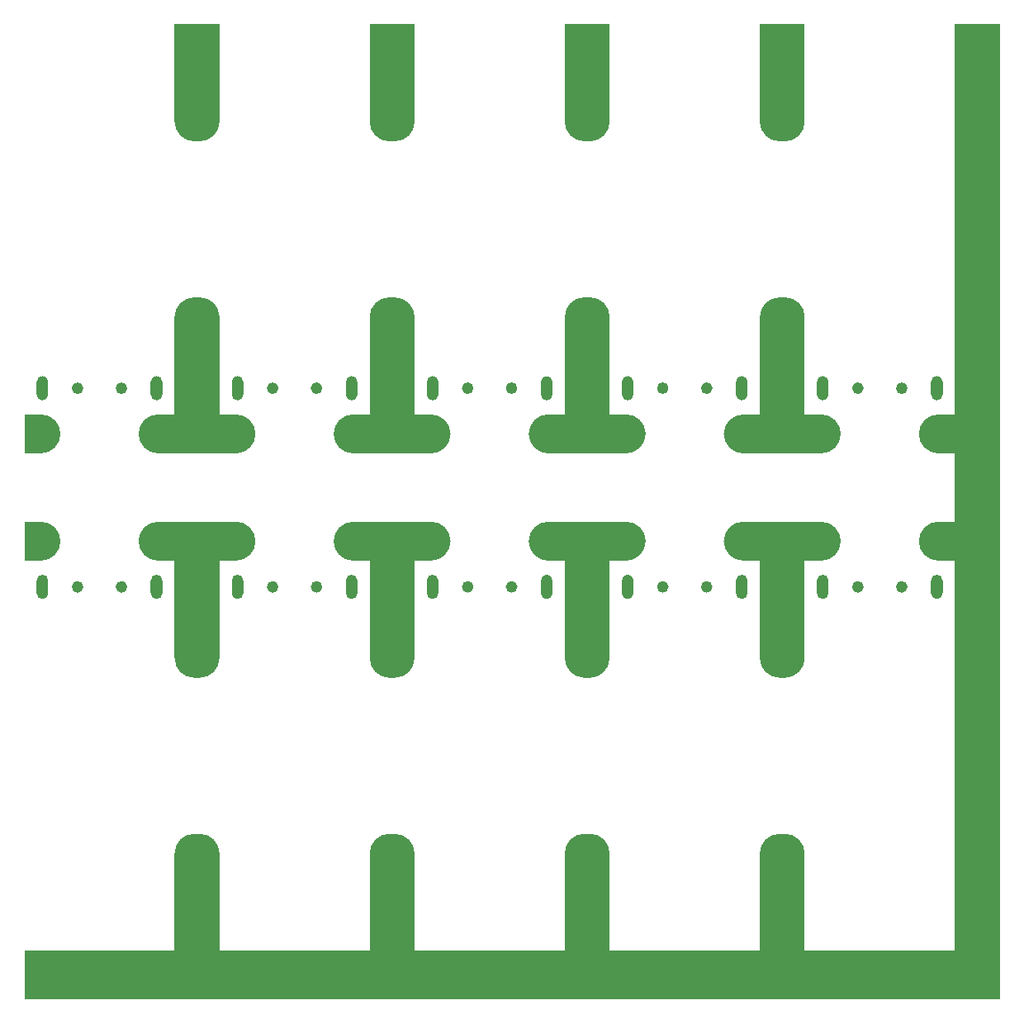
<source format=gtl>
From d0f836ecfadacbaea20fc6a3ceebd455e96e1307 Mon Sep 17 00:00:00 2001
From: jaseg <git@jaseg.de>
Date: Sun, 13 Jun 2021 20:33:19 +0200
Subject: Port old pcb-tools-extension unit tests to pytest

---
 .../panelize/expects/dxf_complex_fill_flip.gtl     | 746 +++++++++++++++++++++
 1 file changed, 746 insertions(+)
 create mode 100644 gerbonara/gerber/tests/panelize/expects/dxf_complex_fill_flip.gtl

(limited to 'gerbonara/gerber/tests/panelize/expects/dxf_complex_fill_flip.gtl')

diff --git a/gerbonara/gerber/tests/panelize/expects/dxf_complex_fill_flip.gtl b/gerbonara/gerber/tests/panelize/expects/dxf_complex_fill_flip.gtl
new file mode 100644
index 0000000..1f91be3
--- /dev/null
+++ b/gerbonara/gerber/tests/panelize/expects/dxf_complex_fill_flip.gtl
@@ -0,0 +1,746 @@
+%MOMM*%
+%FSLAX34Y34*%
+%IPPOS*%
+%ADD10C,0*%
+%ADD11C,0*%
+G75*
+%LPD*%
+D10*
+G36*
+G01*
+X0Y1000000D02*
+G75*
+G01*
+X0Y0D01*
+G01*
+X1000000Y0D01*
+G01*
+X1000000Y1000000D01*
+G01*
+X0Y1000000D01*
+G37*
+G75*
+%LPC*%
+D11*
+G36*
+G01*
+X800000Y150000D02*
+G75*
+G03*
+X780000Y170000I-20000J0D01*
+G01*
+X774000Y170000D01*
+G03*
+X754000Y150000I0J-20000D01*
+G01*
+X754000Y50000D01*
+G01*
+X600000Y50000D01*
+G01*
+X600000Y150000D01*
+G03*
+X580000Y170000I-20000J0D01*
+G01*
+X574000Y170000D01*
+G03*
+X554000Y150000I0J-20000D01*
+G01*
+X554000Y50000D01*
+G01*
+X400000Y50000D01*
+G01*
+X400000Y150000D01*
+G03*
+X380000Y170000I-20000J0D01*
+G01*
+X374000Y170000D01*
+G03*
+X354000Y150000I0J-20000D01*
+G01*
+X354000Y50000D01*
+G01*
+X200000Y50000D01*
+G01*
+X200000Y150000D01*
+G03*
+X180000Y170000I-20000J0D01*
+G01*
+X174000Y170000D01*
+G03*
+X154000Y150000I0J-20000D01*
+G01*
+X154000Y50000D01*
+G01*
+X0Y50000D01*
+G01*
+X0Y450000D01*
+G01*
+X17000Y450000D01*
+G03*
+X37000Y470000I0J20000D01*
+G03*
+X17000Y490000I-20000J0D01*
+G01*
+X0Y490000D01*
+G01*
+X0Y560000D01*
+G01*
+X17000Y560000D01*
+G03*
+X37000Y580000I0J20000D01*
+G03*
+X17000Y600000I-20000J0D01*
+G01*
+X0Y600000D01*
+G01*
+X0Y1000000D01*
+G01*
+X154000Y1000000D01*
+G01*
+X154000Y900000D01*
+G03*
+X174000Y880000I20000J0D01*
+G01*
+X180000Y880000D01*
+G03*
+X200000Y900000I0J20000D01*
+G01*
+X200000Y1000000D01*
+G01*
+X354000Y1000000D01*
+G01*
+X354000Y900000D01*
+G03*
+X374000Y880000I20000J0D01*
+G01*
+X380000Y880000D01*
+G03*
+X400000Y900000I0J20000D01*
+G01*
+X400000Y1000000D01*
+G01*
+X554000Y1000000D01*
+G01*
+X554000Y900000D01*
+G03*
+X574000Y880000I20000J0D01*
+G01*
+X580000Y880000D01*
+G03*
+X600000Y900000I0J20000D01*
+G01*
+X600000Y1000000D01*
+G01*
+X754000Y1000000D01*
+G01*
+X754000Y900000D01*
+G03*
+X774000Y880000I20000J0D01*
+G01*
+X780000Y880000D01*
+G03*
+X800000Y900000I0J20000D01*
+G01*
+X800000Y1000000D01*
+G01*
+X954000Y1000000D01*
+G01*
+X954000Y600000D01*
+G01*
+X937000Y600000D01*
+G03*
+X917000Y580000I0J-20000D01*
+G03*
+X937000Y560000I20000J0D01*
+G01*
+X954000Y560000D01*
+G01*
+X954000Y490000D01*
+G01*
+X937000Y490000D01*
+G03*
+X917000Y470000I0J-20000D01*
+G03*
+X937000Y450000I20000J0D01*
+G01*
+X954000Y450000D01*
+G01*
+X954000Y50000D01*
+G01*
+X800000Y50000D01*
+G01*
+X800000Y150000D01*
+G37*
+%LPD*%
+G36*
+G01*
+X624500Y620350D02*
+G75*
+G01*
+X624500Y633350D01*
+G03*
+X612500Y633350I-6000J0D01*
+G01*
+X612500Y620350D01*
+G03*
+X624500Y620350I6000J0D01*
+G01*
+X824500Y620350D02*
+G75*
+G02*
+X812500Y620350I-6000J0D01*
+G01*
+X812500Y633350D01*
+G02*
+X824500Y633350I6000J0D01*
+G01*
+X824500Y620350D01*
+G01*
+X729500Y633350D02*
+G75*
+G02*
+X741500Y633350I6000J0D01*
+G01*
+X741500Y620350D01*
+G02*
+X729500Y620350I-6000J0D01*
+G01*
+X729500Y633350D01*
+G01*
+X141500Y620350D02*
+G75*
+G01*
+X141500Y633350D01*
+G03*
+X129500Y633350I-6000J0D01*
+G01*
+X129500Y620350D01*
+G03*
+X141500Y620350I6000J0D01*
+G01*
+X212500Y429650D02*
+G75*
+G01*
+X212500Y416650D01*
+G03*
+X224500Y416650I6000J0D01*
+G01*
+X224500Y429650D01*
+G03*
+X212500Y429650I-6000J0D01*
+G01*
+X341500Y416650D02*
+G75*
+G01*
+X341500Y429650D01*
+G03*
+X329500Y429650I-6000J0D01*
+G01*
+X329500Y416650D01*
+G03*
+X341500Y416650I6000J0D01*
+G01*
+X341500Y620350D02*
+G75*
+G01*
+X341500Y633350D01*
+G03*
+X329500Y633350I-6000J0D01*
+G01*
+X329500Y620350D01*
+G03*
+X341500Y620350I6000J0D01*
+G01*
+X624500Y416650D02*
+G75*
+G01*
+X624500Y429650D01*
+G03*
+X612500Y429650I-6000J0D01*
+G01*
+X612500Y416650D01*
+G03*
+X624500Y416650I6000J0D01*
+G01*
+X729500Y429650D02*
+G75*
+G01*
+X729500Y416650D01*
+G03*
+X741500Y416650I6000J0D01*
+G01*
+X741500Y429650D01*
+G03*
+X729500Y429650I-6000J0D01*
+G01*
+X541500Y620350D02*
+G75*
+G02*
+X529500Y620350I-6000J0D01*
+G01*
+X529500Y633350D01*
+G02*
+X541500Y633350I6000J0D01*
+G01*
+X541500Y620350D01*
+G01*
+X929500Y633350D02*
+G75*
+G02*
+X941500Y633350I6000J0D01*
+G01*
+X941500Y620350D01*
+G02*
+X929500Y620350I-6000J0D01*
+G01*
+X929500Y633350D01*
+G01*
+X412500Y429650D02*
+G75*
+G01*
+X412500Y416650D01*
+G03*
+X424500Y416650I6000J0D01*
+G01*
+X424500Y429650D01*
+G03*
+X412500Y429650I-6000J0D01*
+G01*
+X224500Y620350D02*
+G75*
+G01*
+X224500Y633350D01*
+G03*
+X212500Y633350I-6000J0D01*
+G01*
+X212500Y620350D01*
+G03*
+X224500Y620350I6000J0D01*
+G01*
+X541500Y416650D02*
+G75*
+G02*
+X529500Y416650I-6000J0D01*
+G01*
+X529500Y429650D01*
+G02*
+X541500Y429650I6000J0D01*
+G01*
+X541500Y416650D01*
+G01*
+X129500Y429650D02*
+G75*
+G02*
+X141500Y429650I6000J0D01*
+G01*
+X141500Y416650D01*
+G02*
+X129500Y416650I-6000J0D01*
+G01*
+X129500Y429650D01*
+G01*
+X24500Y416650D02*
+G75*
+G02*
+X12500Y416650I-6000J0D01*
+G01*
+X12500Y429650D01*
+G02*
+X24500Y429650I6000J0D01*
+G01*
+X24500Y416650D01*
+G01*
+X941500Y416650D02*
+G75*
+G02*
+X929500Y416650I-6000J0D01*
+G01*
+X929500Y429650D01*
+G02*
+X941500Y429650I6000J0D01*
+G01*
+X941500Y416650D01*
+G01*
+X424500Y620350D02*
+G75*
+G01*
+X424500Y633350D01*
+G03*
+X412500Y633350I-6000J0D01*
+G01*
+X412500Y620350D01*
+G03*
+X424500Y620350I6000J0D01*
+G01*
+X824500Y416650D02*
+G75*
+G02*
+X812500Y416650I-6000J0D01*
+G01*
+X812500Y429650D01*
+G02*
+X824500Y429650I6000J0D01*
+G01*
+X824500Y416650D01*
+G01*
+X12500Y633350D02*
+G75*
+G01*
+X12500Y620350D01*
+G03*
+X24500Y620350I6000J0D01*
+G01*
+X24500Y633350D01*
+G03*
+X12500Y633350I-6000J0D01*
+G01*
+X660500Y626850D02*
+G75*
+G03*
+X660500Y626850I-6000J0D01*
+G01*
+X905500Y626850D02*
+G75*
+G03*
+X905500Y626850I-6000J0D01*
+G01*
+X505500Y626850D02*
+G75*
+G03*
+X505500Y626850I-6000J0D01*
+G01*
+X860500Y626850D02*
+G75*
+G03*
+X860500Y626850I-6000J0D01*
+G01*
+X705500Y626850D02*
+G75*
+G03*
+X705500Y626850I-6000J0D01*
+G01*
+X705500Y423150D02*
+G75*
+G03*
+X705500Y423150I-6000J0D01*
+G01*
+X660500Y423150D02*
+G75*
+G03*
+X660500Y423150I-6000J0D01*
+G01*
+X505500Y423150D02*
+G75*
+G03*
+X505500Y423150I-6000J0D01*
+G01*
+X260500Y626850D02*
+G75*
+G03*
+X260500Y626850I-6000J0D01*
+G01*
+X905500Y423150D02*
+G75*
+G03*
+X905500Y423150I-6000J0D01*
+G01*
+X460500Y423150D02*
+G75*
+G03*
+X460500Y423150I-6000J0D01*
+G01*
+X460500Y626850D02*
+G75*
+G03*
+X460500Y626850I-6000J0D01*
+G01*
+X60500Y626850D02*
+G75*
+G03*
+X60500Y626850I-6000J0D01*
+G01*
+X105500Y626850D02*
+G75*
+G03*
+X105500Y626850I-6000J0D01*
+G01*
+X60500Y423150D02*
+G75*
+G03*
+X60500Y423150I-6000J0D01*
+G01*
+X305500Y626850D02*
+G75*
+G03*
+X305500Y626850I-6000J0D01*
+G01*
+X860500Y423150D02*
+G75*
+G03*
+X860500Y423150I-6000J0D01*
+G01*
+X541500Y633350D02*
+G75*
+G01*
+X541500Y620350D01*
+G02*
+X529500Y620350I-6000J0D01*
+G01*
+X529500Y633350D01*
+G02*
+X541500Y633350I6000J0D01*
+G01*
+X941500Y429650D02*
+G75*
+G01*
+X941500Y416650D01*
+G02*
+X929500Y416650I-6000J0D01*
+G01*
+X929500Y429650D01*
+G02*
+X941500Y429650I6000J0D01*
+G01*
+X260500Y423150D02*
+G75*
+G03*
+X260500Y423150I-6000J0D01*
+G01*
+X305500Y423150D02*
+G75*
+G03*
+X305500Y423150I-6000J0D01*
+G01*
+X824500Y633350D02*
+G75*
+G03*
+X812500Y633350I-6000J0D01*
+G01*
+X812500Y620350D01*
+G03*
+X824500Y620350I6000J0D01*
+G01*
+X824500Y633350D01*
+G01*
+X105500Y423150D02*
+G75*
+G03*
+X105500Y423150I-6000J0D01*
+G01*
+X217000Y560000D02*
+G75*
+G03*
+X237000Y580000I0J20000D01*
+G03*
+X217000Y600000I-20000J0D01*
+G01*
+X200000Y600000D01*
+G01*
+X200000Y700000D01*
+G03*
+X180000Y720000I-20000J0D01*
+G01*
+X174000Y720000D01*
+G03*
+X154000Y700000I0J-20000D01*
+G01*
+X154000Y600000D01*
+G01*
+X137000Y600000D01*
+G03*
+X117000Y580000I0J-20000D01*
+G03*
+X137000Y560000I20000J0D01*
+G01*
+X217000Y560000D01*
+G01*
+X417000Y560000D02*
+G75*
+G03*
+X437000Y580000I0J20000D01*
+G03*
+X417000Y600000I-20000J0D01*
+G01*
+X400000Y600000D01*
+G01*
+X400000Y700000D01*
+G03*
+X380000Y720000I-20000J0D01*
+G01*
+X374000Y720000D01*
+G03*
+X354000Y700000I0J-20000D01*
+G01*
+X354000Y600000D01*
+G01*
+X337000Y600000D01*
+G03*
+X317000Y580000I0J-20000D01*
+G03*
+X337000Y560000I20000J0D01*
+G01*
+X417000Y560000D01*
+G01*
+X617000Y560000D02*
+G75*
+G03*
+X637000Y580000I0J20000D01*
+G03*
+X617000Y600000I-20000J0D01*
+G01*
+X600000Y600000D01*
+G01*
+X600000Y700000D01*
+G03*
+X580000Y720000I-20000J0D01*
+G01*
+X574000Y720000D01*
+G03*
+X554000Y700000I0J-20000D01*
+G01*
+X554000Y600000D01*
+G01*
+X537000Y600000D01*
+G03*
+X517000Y580000I0J-20000D01*
+G03*
+X537000Y560000I20000J0D01*
+G01*
+X617000Y560000D01*
+G01*
+X817000Y560000D02*
+G75*
+G03*
+X837000Y580000I0J20000D01*
+G03*
+X817000Y600000I-20000J0D01*
+G01*
+X800000Y600000D01*
+G01*
+X800000Y700000D01*
+G03*
+X780000Y720000I-20000J0D01*
+G01*
+X774000Y720000D01*
+G03*
+X754000Y700000I0J-20000D01*
+G01*
+X754000Y600000D01*
+G01*
+X737000Y600000D01*
+G03*
+X717000Y580000I0J-20000D01*
+G03*
+X737000Y560000I20000J0D01*
+G01*
+X817000Y560000D01*
+G01*
+X180000Y330000D02*
+G75*
+G03*
+X200000Y350000I0J20000D01*
+G01*
+X200000Y450000D01*
+G01*
+X217000Y450000D01*
+G03*
+X237000Y470000I0J20000D01*
+G03*
+X217000Y490000I-20000J0D01*
+G01*
+X137000Y490000D01*
+G03*
+X117000Y470000I0J-20000D01*
+G03*
+X137000Y450000I20000J0D01*
+G01*
+X154000Y450000D01*
+G01*
+X154000Y350000D01*
+G03*
+X174000Y330000I20000J0D01*
+G01*
+X180000Y330000D01*
+G01*
+X380000Y330000D02*
+G75*
+G03*
+X400000Y350000I0J20000D01*
+G01*
+X400000Y450000D01*
+G01*
+X417000Y450000D01*
+G03*
+X437000Y470000I0J20000D01*
+G03*
+X417000Y490000I-20000J0D01*
+G01*
+X337000Y490000D01*
+G03*
+X317000Y470000I0J-20000D01*
+G03*
+X337000Y450000I20000J0D01*
+G01*
+X354000Y450000D01*
+G01*
+X354000Y350000D01*
+G03*
+X374000Y330000I20000J0D01*
+G01*
+X380000Y330000D01*
+G01*
+X580000Y330000D02*
+G75*
+G03*
+X600000Y350000I0J20000D01*
+G01*
+X600000Y450000D01*
+G01*
+X617000Y450000D01*
+G03*
+X637000Y470000I0J20000D01*
+G03*
+X617000Y490000I-20000J0D01*
+G01*
+X537000Y490000D01*
+G03*
+X517000Y470000I0J-20000D01*
+G03*
+X537000Y450000I20000J0D01*
+G01*
+X554000Y450000D01*
+G01*
+X554000Y350000D01*
+G03*
+X574000Y330000I20000J0D01*
+G01*
+X580000Y330000D01*
+G01*
+X780000Y330000D02*
+G75*
+G03*
+X800000Y350000I0J20000D01*
+G01*
+X800000Y450000D01*
+G01*
+X817000Y450000D01*
+G03*
+X837000Y470000I0J20000D01*
+G03*
+X817000Y490000I-20000J0D01*
+G01*
+X737000Y490000D01*
+G03*
+X717000Y470000I0J-20000D01*
+G03*
+X737000Y450000I20000J0D01*
+G01*
+X754000Y450000D01*
+G01*
+X754000Y350000D01*
+G03*
+X774000Y330000I20000J0D01*
+G01*
+X780000Y330000D01*
+G37*
+M02*
-- 
cgit 


</source>
